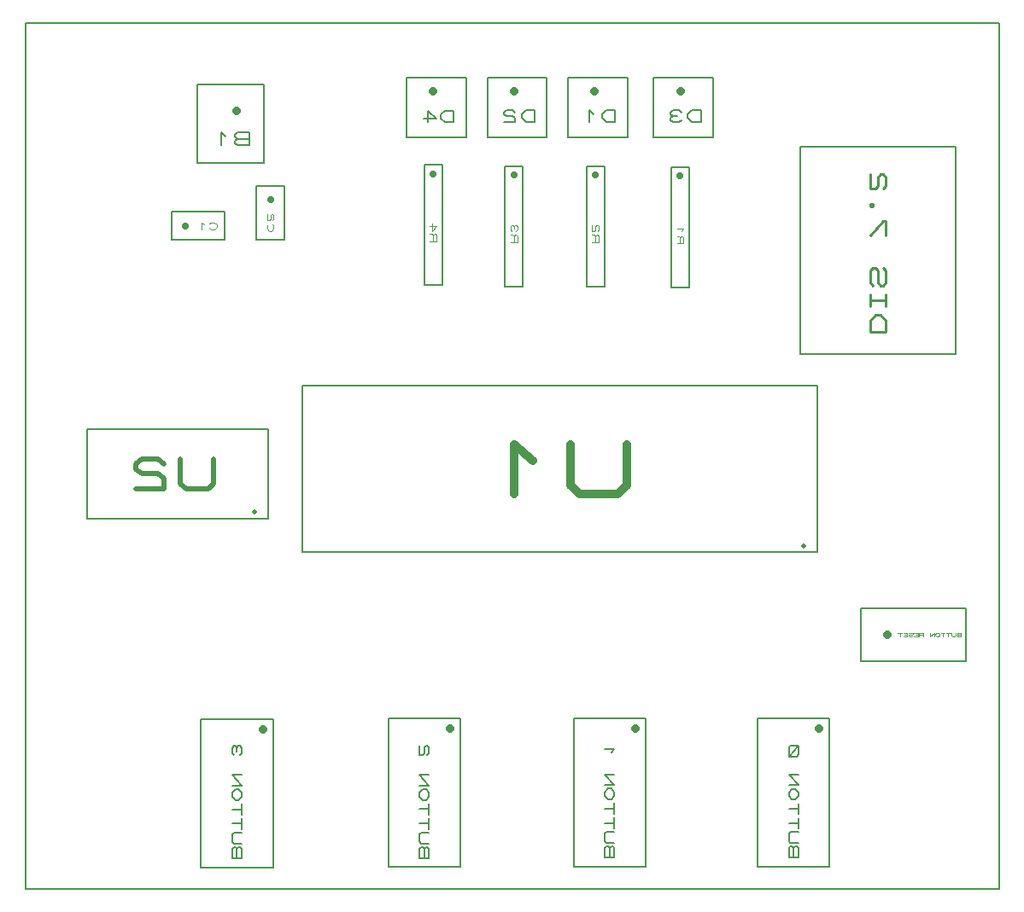
<source format=gbr>
G04 PROTEUS RS274X GERBER FILE*
%FSLAX45Y45*%
%MOMM*%
G01*
%ADD17C,0.203200*%
%ADD72C,0.508000*%
%ADD73C,0.827120*%
%ADD30C,0.258030*%
%ADD31C,0.490380*%
%ADD32C,0.812800*%
%ADD33C,0.211660*%
%ADD34C,0.159200*%
%ADD35C,0.059260*%
%ADD36C,0.190500*%
%ADD37C,0.711200*%
%ADD38C,0.110230*%
%ADD39C,0.111760*%
D17*
X-6952160Y+3393500D02*
X-1851840Y+3393500D01*
X-1851840Y+5044500D01*
X-6952160Y+5044500D01*
X-6952160Y+3393500D01*
D72*
X-1989000Y+3457000D02*
X-1989000Y+3457000D01*
D73*
X-3738868Y+4467138D02*
X-3738868Y+4053575D01*
X-3831919Y+3970863D01*
X-4204125Y+3970863D01*
X-4297177Y+4053575D01*
X-4297177Y+4467138D01*
X-4669383Y+4301713D02*
X-4855486Y+4467138D01*
X-4855486Y+3970863D01*
D17*
X-2018160Y+5364840D02*
X-473840Y+5364840D01*
X-473840Y+7417160D01*
X-2018160Y+7417160D01*
X-2018160Y+5364840D01*
D30*
X-1323410Y+5578202D02*
X-1168591Y+5578202D01*
X-1168591Y+5694316D01*
X-1220197Y+5752373D01*
X-1271804Y+5752373D01*
X-1323410Y+5694316D01*
X-1323410Y+5578202D01*
X-1168591Y+5839458D02*
X-1168591Y+5955572D01*
X-1168591Y+5897515D02*
X-1323410Y+5897515D01*
X-1323410Y+5839458D02*
X-1323410Y+5955572D01*
X-1297607Y+6042658D02*
X-1323410Y+6071686D01*
X-1323410Y+6187800D01*
X-1297607Y+6216829D01*
X-1271804Y+6216829D01*
X-1246000Y+6187800D01*
X-1246000Y+6071686D01*
X-1220197Y+6042658D01*
X-1194394Y+6042658D01*
X-1168591Y+6071686D01*
X-1168591Y+6187800D01*
X-1194394Y+6216829D01*
X-1168591Y+6536142D02*
X-1168591Y+6681285D01*
X-1194394Y+6681285D01*
X-1323410Y+6536142D01*
X-1297607Y+6826427D02*
X-1297607Y+6855456D01*
X-1323410Y+6855456D01*
X-1323410Y+6826427D01*
X-1297607Y+6826427D01*
X-1194394Y+7000598D02*
X-1168591Y+7029627D01*
X-1168591Y+7116712D01*
X-1194394Y+7145741D01*
X-1220197Y+7145741D01*
X-1246000Y+7116712D01*
X-1246000Y+7029627D01*
X-1271804Y+7000598D01*
X-1323410Y+7000598D01*
X-1323410Y+7145741D01*
D17*
X-9092160Y+3727500D02*
X-7293840Y+3727500D01*
X-7293840Y+4616500D01*
X-9092160Y+4616500D01*
X-9092160Y+3727500D01*
D72*
X-7431000Y+3791000D02*
X-7431000Y+3791000D01*
D31*
X-7832930Y+4319117D02*
X-7832930Y+4073922D01*
X-7888098Y+4024883D01*
X-8108773Y+4024883D01*
X-8163942Y+4073922D01*
X-8163942Y+4319117D01*
X-8329448Y+4270078D02*
X-8384617Y+4319117D01*
X-8550123Y+4319117D01*
X-8605292Y+4270078D01*
X-8605292Y+4221039D01*
X-8550123Y+4172000D01*
X-8384617Y+4172000D01*
X-8329448Y+4122961D01*
X-8329448Y+4024883D01*
X-8605292Y+4024883D01*
D17*
X-7995160Y+7257840D02*
X-7339840Y+7257840D01*
X-7339840Y+8040160D01*
X-7995160Y+8040160D01*
X-7995160Y+7257840D01*
D32*
X-7604000Y+7776000D02*
X-7604000Y+7776000D01*
D33*
X-7477001Y+7433100D02*
X-7477001Y+7560099D01*
X-7596062Y+7560099D01*
X-7619875Y+7538933D01*
X-7619875Y+7517766D01*
X-7596062Y+7496600D01*
X-7619875Y+7475433D01*
X-7619875Y+7454266D01*
X-7596062Y+7433100D01*
X-7477001Y+7433100D01*
X-7477001Y+7496600D02*
X-7596062Y+7496600D01*
X-7715124Y+7517766D02*
X-7762749Y+7560099D01*
X-7762749Y+7433100D01*
D17*
X-2441600Y+273400D02*
X-1728400Y+273400D01*
X-1728400Y+1746600D01*
X-2441600Y+1746600D01*
X-2441600Y+273400D01*
D32*
X-1830000Y+1645000D02*
X-1830000Y+1645000D01*
D34*
X-2132763Y+365732D02*
X-2037238Y+365732D01*
X-2037238Y+455286D01*
X-2053159Y+473197D01*
X-2069080Y+473197D01*
X-2085000Y+455286D01*
X-2100921Y+473197D01*
X-2116842Y+473197D01*
X-2132763Y+455286D01*
X-2132763Y+365732D01*
X-2085000Y+365732D02*
X-2085000Y+455286D01*
X-2037238Y+509019D02*
X-2116842Y+509019D01*
X-2132763Y+526929D01*
X-2132763Y+598573D01*
X-2116842Y+616484D01*
X-2037238Y+616484D01*
X-2037238Y+652306D02*
X-2037238Y+759771D01*
X-2037238Y+706038D02*
X-2132763Y+706038D01*
X-2037238Y+795593D02*
X-2037238Y+903058D01*
X-2037238Y+849325D02*
X-2132763Y+849325D01*
X-2069080Y+938880D02*
X-2037238Y+974701D01*
X-2037238Y+1010523D01*
X-2069080Y+1046345D01*
X-2100921Y+1046345D01*
X-2132763Y+1010523D01*
X-2132763Y+974701D01*
X-2100921Y+938880D01*
X-2069080Y+938880D01*
X-2132763Y+1082167D02*
X-2037238Y+1082167D01*
X-2132763Y+1189632D01*
X-2037238Y+1189632D01*
X-2116842Y+1368741D02*
X-2053159Y+1368741D01*
X-2037238Y+1386651D01*
X-2037238Y+1458295D01*
X-2053159Y+1476206D01*
X-2116842Y+1476206D01*
X-2132763Y+1458295D01*
X-2132763Y+1386651D01*
X-2116842Y+1368741D01*
X-2132763Y+1368741D02*
X-2037238Y+1476206D01*
D17*
X-4264600Y+275400D02*
X-3551400Y+275400D01*
X-3551400Y+1748600D01*
X-4264600Y+1748600D01*
X-4264600Y+275400D01*
D32*
X-3653000Y+1647000D02*
X-3653000Y+1647000D01*
D34*
X-3955763Y+367732D02*
X-3860238Y+367732D01*
X-3860238Y+457286D01*
X-3876159Y+475197D01*
X-3892080Y+475197D01*
X-3908000Y+457286D01*
X-3923921Y+475197D01*
X-3939842Y+475197D01*
X-3955763Y+457286D01*
X-3955763Y+367732D01*
X-3908000Y+367732D02*
X-3908000Y+457286D01*
X-3860238Y+511019D02*
X-3939842Y+511019D01*
X-3955763Y+528929D01*
X-3955763Y+600573D01*
X-3939842Y+618484D01*
X-3860238Y+618484D01*
X-3860238Y+654306D02*
X-3860238Y+761771D01*
X-3860238Y+708038D02*
X-3955763Y+708038D01*
X-3860238Y+797593D02*
X-3860238Y+905058D01*
X-3860238Y+851325D02*
X-3955763Y+851325D01*
X-3892080Y+940880D02*
X-3860238Y+976701D01*
X-3860238Y+1012523D01*
X-3892080Y+1048345D01*
X-3923921Y+1048345D01*
X-3955763Y+1012523D01*
X-3955763Y+976701D01*
X-3923921Y+940880D01*
X-3892080Y+940880D01*
X-3955763Y+1084167D02*
X-3860238Y+1084167D01*
X-3955763Y+1191632D01*
X-3860238Y+1191632D01*
X-3892080Y+1406562D02*
X-3860238Y+1442384D01*
X-3955763Y+1442384D01*
D17*
X-6103600Y+269400D02*
X-5390400Y+269400D01*
X-5390400Y+1742600D01*
X-6103600Y+1742600D01*
X-6103600Y+269400D01*
D32*
X-5492000Y+1641000D02*
X-5492000Y+1641000D01*
D34*
X-5794763Y+361732D02*
X-5699238Y+361732D01*
X-5699238Y+451286D01*
X-5715159Y+469197D01*
X-5731080Y+469197D01*
X-5747000Y+451286D01*
X-5762921Y+469197D01*
X-5778842Y+469197D01*
X-5794763Y+451286D01*
X-5794763Y+361732D01*
X-5747000Y+361732D02*
X-5747000Y+451286D01*
X-5699238Y+505019D02*
X-5778842Y+505019D01*
X-5794763Y+522929D01*
X-5794763Y+594573D01*
X-5778842Y+612484D01*
X-5699238Y+612484D01*
X-5699238Y+648306D02*
X-5699238Y+755771D01*
X-5699238Y+702038D02*
X-5794763Y+702038D01*
X-5699238Y+791593D02*
X-5699238Y+899058D01*
X-5699238Y+845325D02*
X-5794763Y+845325D01*
X-5731080Y+934880D02*
X-5699238Y+970701D01*
X-5699238Y+1006523D01*
X-5731080Y+1042345D01*
X-5762921Y+1042345D01*
X-5794763Y+1006523D01*
X-5794763Y+970701D01*
X-5762921Y+934880D01*
X-5731080Y+934880D01*
X-5794763Y+1078167D02*
X-5699238Y+1078167D01*
X-5794763Y+1185632D01*
X-5699238Y+1185632D01*
X-5715159Y+1382651D02*
X-5699238Y+1400562D01*
X-5699238Y+1454295D01*
X-5715159Y+1472206D01*
X-5731080Y+1472206D01*
X-5747000Y+1454295D01*
X-5747000Y+1400562D01*
X-5762921Y+1382651D01*
X-5794763Y+1382651D01*
X-5794763Y+1472206D01*
D17*
X-7959600Y+268400D02*
X-7246400Y+268400D01*
X-7246400Y+1741600D01*
X-7959600Y+1741600D01*
X-7959600Y+268400D01*
D32*
X-7348000Y+1640000D02*
X-7348000Y+1640000D01*
D34*
X-7650763Y+360732D02*
X-7555238Y+360732D01*
X-7555238Y+450286D01*
X-7571159Y+468197D01*
X-7587080Y+468197D01*
X-7603000Y+450286D01*
X-7618921Y+468197D01*
X-7634842Y+468197D01*
X-7650763Y+450286D01*
X-7650763Y+360732D01*
X-7603000Y+360732D02*
X-7603000Y+450286D01*
X-7555238Y+504019D02*
X-7634842Y+504019D01*
X-7650763Y+521929D01*
X-7650763Y+593573D01*
X-7634842Y+611484D01*
X-7555238Y+611484D01*
X-7555238Y+647306D02*
X-7555238Y+754771D01*
X-7555238Y+701038D02*
X-7650763Y+701038D01*
X-7555238Y+790593D02*
X-7555238Y+898058D01*
X-7555238Y+844325D02*
X-7650763Y+844325D01*
X-7587080Y+933880D02*
X-7555238Y+969701D01*
X-7555238Y+1005523D01*
X-7587080Y+1041345D01*
X-7618921Y+1041345D01*
X-7650763Y+1005523D01*
X-7650763Y+969701D01*
X-7618921Y+933880D01*
X-7587080Y+933880D01*
X-7650763Y+1077167D02*
X-7555238Y+1077167D01*
X-7650763Y+1184632D01*
X-7555238Y+1184632D01*
X-7571159Y+1381651D02*
X-7555238Y+1399562D01*
X-7555238Y+1453295D01*
X-7571159Y+1471206D01*
X-7587080Y+1471206D01*
X-7603000Y+1453295D01*
X-7618921Y+1471206D01*
X-7634842Y+1471206D01*
X-7650763Y+1453295D01*
X-7650763Y+1399562D01*
X-7634842Y+1381651D01*
X-7603000Y+1417473D02*
X-7603000Y+1453295D01*
D17*
X-1415160Y+2313840D02*
X-378840Y+2313840D01*
X-378840Y+2842160D01*
X-1415160Y+2842160D01*
X-1415160Y+2313840D01*
D32*
X-1151000Y+2578000D02*
X-1151000Y+2578000D01*
D35*
X-424566Y+2560220D02*
X-424566Y+2595779D01*
X-457902Y+2595779D01*
X-464570Y+2589853D01*
X-464570Y+2583926D01*
X-457902Y+2578000D01*
X-464570Y+2572073D01*
X-464570Y+2566146D01*
X-457902Y+2560220D01*
X-424566Y+2560220D01*
X-424566Y+2578000D02*
X-457902Y+2578000D01*
X-477905Y+2595779D02*
X-477905Y+2566146D01*
X-484572Y+2560220D01*
X-511241Y+2560220D01*
X-517909Y+2566146D01*
X-517909Y+2595779D01*
X-531244Y+2595779D02*
X-571248Y+2595779D01*
X-551246Y+2595779D02*
X-551246Y+2560220D01*
X-584583Y+2595779D02*
X-624587Y+2595779D01*
X-604585Y+2595779D02*
X-604585Y+2560220D01*
X-637922Y+2583926D02*
X-651256Y+2595779D01*
X-664591Y+2595779D01*
X-677926Y+2583926D01*
X-677926Y+2572073D01*
X-664591Y+2560220D01*
X-651256Y+2560220D01*
X-637922Y+2572073D01*
X-637922Y+2583926D01*
X-691261Y+2560220D02*
X-691261Y+2595779D01*
X-731265Y+2560220D01*
X-731265Y+2595779D01*
X-797939Y+2560220D02*
X-797939Y+2595779D01*
X-831275Y+2595779D01*
X-837943Y+2589853D01*
X-837943Y+2583926D01*
X-831275Y+2578000D01*
X-797939Y+2578000D01*
X-831275Y+2578000D02*
X-837943Y+2572073D01*
X-837943Y+2560220D01*
X-891282Y+2560220D02*
X-851278Y+2560220D01*
X-851278Y+2595779D01*
X-891282Y+2595779D01*
X-851278Y+2578000D02*
X-877947Y+2578000D01*
X-904617Y+2566146D02*
X-911284Y+2560220D01*
X-937953Y+2560220D01*
X-944621Y+2566146D01*
X-944621Y+2572073D01*
X-937953Y+2578000D01*
X-911284Y+2578000D01*
X-904617Y+2583926D01*
X-904617Y+2589853D01*
X-911284Y+2595779D01*
X-937953Y+2595779D01*
X-944621Y+2589853D01*
X-997960Y+2560220D02*
X-957956Y+2560220D01*
X-957956Y+2595779D01*
X-997960Y+2595779D01*
X-957956Y+2578000D02*
X-984625Y+2578000D01*
X-1011295Y+2595779D02*
X-1051299Y+2595779D01*
X-1031297Y+2595779D02*
X-1031297Y+2560220D01*
D17*
X-4319160Y+7515340D02*
X-3727340Y+7515340D01*
X-3727340Y+8107160D01*
X-4319160Y+8107160D01*
X-4319160Y+7515340D01*
D32*
X-4055000Y+7970000D02*
X-4055000Y+7970000D01*
D36*
X-3851800Y+7665200D02*
X-3851800Y+7779500D01*
X-3937525Y+7779500D01*
X-3980387Y+7741400D01*
X-3980387Y+7703300D01*
X-3937525Y+7665200D01*
X-3851800Y+7665200D01*
X-4066112Y+7741400D02*
X-4108975Y+7779500D01*
X-4108975Y+7665200D01*
D17*
X-4137900Y+6034100D02*
X-3960100Y+6034100D01*
X-3960100Y+7227900D01*
X-4137900Y+7227900D01*
X-4137900Y+6034100D01*
D37*
X-4049000Y+7139000D02*
X-4049000Y+7139000D01*
D38*
X-4082071Y+6469558D02*
X-4015930Y+6469558D01*
X-4015930Y+6531565D01*
X-4026953Y+6543967D01*
X-4037977Y+6543967D01*
X-4049000Y+6531565D01*
X-4049000Y+6469558D01*
X-4049000Y+6531565D02*
X-4060024Y+6543967D01*
X-4082071Y+6543967D01*
X-4026953Y+6581171D02*
X-4015930Y+6593573D01*
X-4015930Y+6630777D01*
X-4026953Y+6643179D01*
X-4037977Y+6643179D01*
X-4049000Y+6630777D01*
X-4049000Y+6593573D01*
X-4060024Y+6581171D01*
X-4082071Y+6581171D01*
X-4082071Y+6643179D01*
D17*
X-5121160Y+7515340D02*
X-4529340Y+7515340D01*
X-4529340Y+8107160D01*
X-5121160Y+8107160D01*
X-5121160Y+7515340D01*
D32*
X-4857000Y+7970000D02*
X-4857000Y+7970000D01*
D36*
X-4653800Y+7665200D02*
X-4653800Y+7779500D01*
X-4739525Y+7779500D01*
X-4782387Y+7741400D01*
X-4782387Y+7703300D01*
X-4739525Y+7665200D01*
X-4653800Y+7665200D01*
X-4846681Y+7760450D02*
X-4868112Y+7779500D01*
X-4932406Y+7779500D01*
X-4953837Y+7760450D01*
X-4953837Y+7741400D01*
X-4932406Y+7722350D01*
X-4868112Y+7722350D01*
X-4846681Y+7703300D01*
X-4846681Y+7665200D01*
X-4953837Y+7665200D01*
D17*
X-4946900Y+6034100D02*
X-4769100Y+6034100D01*
X-4769100Y+7227900D01*
X-4946900Y+7227900D01*
X-4946900Y+6034100D01*
D37*
X-4858000Y+7139000D02*
X-4858000Y+7139000D01*
D38*
X-4891071Y+6469558D02*
X-4824930Y+6469558D01*
X-4824930Y+6531565D01*
X-4835953Y+6543967D01*
X-4846977Y+6543967D01*
X-4858000Y+6531565D01*
X-4858000Y+6469558D01*
X-4858000Y+6531565D02*
X-4869024Y+6543967D01*
X-4891071Y+6543967D01*
X-4835953Y+6581171D02*
X-4824930Y+6593573D01*
X-4824930Y+6630777D01*
X-4835953Y+6643179D01*
X-4846977Y+6643179D01*
X-4858000Y+6630777D01*
X-4869024Y+6643179D01*
X-4880048Y+6643179D01*
X-4891071Y+6630777D01*
X-4891071Y+6593573D01*
X-4880048Y+6581171D01*
X-4858000Y+6605974D02*
X-4858000Y+6630777D01*
D17*
X-3472160Y+7515340D02*
X-2880340Y+7515340D01*
X-2880340Y+8107160D01*
X-3472160Y+8107160D01*
X-3472160Y+7515340D01*
D32*
X-3208000Y+7970000D02*
X-3208000Y+7970000D01*
D36*
X-3004800Y+7665200D02*
X-3004800Y+7779500D01*
X-3090525Y+7779500D01*
X-3133387Y+7741400D01*
X-3133387Y+7703300D01*
X-3090525Y+7665200D01*
X-3004800Y+7665200D01*
X-3197681Y+7760450D02*
X-3219112Y+7779500D01*
X-3283406Y+7779500D01*
X-3304837Y+7760450D01*
X-3304837Y+7741400D01*
X-3283406Y+7722350D01*
X-3304837Y+7703300D01*
X-3304837Y+7684250D01*
X-3283406Y+7665200D01*
X-3219112Y+7665200D01*
X-3197681Y+7684250D01*
X-3240543Y+7722350D02*
X-3283406Y+7722350D01*
D17*
X-3297900Y+6024100D02*
X-3120100Y+6024100D01*
X-3120100Y+7217900D01*
X-3297900Y+7217900D01*
X-3297900Y+6024100D01*
D37*
X-3209000Y+7129000D02*
X-3209000Y+7129000D01*
D38*
X-3242071Y+6459558D02*
X-3175930Y+6459558D01*
X-3175930Y+6521565D01*
X-3186953Y+6533967D01*
X-3197977Y+6533967D01*
X-3209000Y+6521565D01*
X-3209000Y+6459558D01*
X-3209000Y+6521565D02*
X-3220024Y+6533967D01*
X-3242071Y+6533967D01*
X-3197977Y+6583573D02*
X-3175930Y+6608376D01*
X-3242071Y+6608376D01*
D17*
X-5922160Y+7514340D02*
X-5330340Y+7514340D01*
X-5330340Y+8106160D01*
X-5922160Y+8106160D01*
X-5922160Y+7514340D01*
D32*
X-5658000Y+7969000D02*
X-5658000Y+7969000D01*
D36*
X-5454800Y+7664200D02*
X-5454800Y+7778500D01*
X-5540525Y+7778500D01*
X-5583387Y+7740400D01*
X-5583387Y+7702300D01*
X-5540525Y+7664200D01*
X-5454800Y+7664200D01*
X-5754837Y+7702300D02*
X-5626250Y+7702300D01*
X-5711975Y+7778500D01*
X-5711975Y+7664200D01*
D17*
X-5745900Y+6044100D02*
X-5568100Y+6044100D01*
X-5568100Y+7237900D01*
X-5745900Y+7237900D01*
X-5745900Y+6044100D01*
D37*
X-5657000Y+7149000D02*
X-5657000Y+7149000D01*
D38*
X-5690071Y+6479558D02*
X-5623930Y+6479558D01*
X-5623930Y+6541565D01*
X-5634953Y+6553967D01*
X-5645977Y+6553967D01*
X-5657000Y+6541565D01*
X-5657000Y+6479558D01*
X-5657000Y+6541565D02*
X-5668024Y+6553967D01*
X-5690071Y+6553967D01*
X-5668024Y+6653179D02*
X-5668024Y+6578770D01*
X-5623930Y+6628376D01*
X-5690071Y+6628376D01*
D17*
X-8253160Y+6497840D02*
X-7724840Y+6497840D01*
X-7724840Y+6772160D01*
X-8253160Y+6772160D01*
X-8253160Y+6497840D01*
D37*
X-8116000Y+6635000D02*
X-8116000Y+6635000D01*
D39*
X-7877494Y+6612648D02*
X-7864921Y+6601472D01*
X-7827202Y+6601472D01*
X-7802056Y+6623824D01*
X-7802056Y+6646176D01*
X-7827202Y+6668528D01*
X-7864921Y+6668528D01*
X-7877494Y+6657352D01*
X-7927786Y+6646176D02*
X-7952932Y+6668528D01*
X-7952932Y+6601472D01*
D17*
X-7409160Y+6499840D02*
X-7134840Y+6499840D01*
X-7134840Y+7028160D01*
X-7409160Y+7028160D01*
X-7409160Y+6499840D01*
D37*
X-7272000Y+6891000D02*
X-7272000Y+6891000D01*
D39*
X-7294352Y+6652494D02*
X-7305528Y+6639921D01*
X-7305528Y+6602202D01*
X-7283176Y+6577056D01*
X-7260824Y+6577056D01*
X-7238472Y+6602202D01*
X-7238472Y+6639921D01*
X-7249648Y+6652494D01*
X-7249648Y+6690213D02*
X-7238472Y+6702786D01*
X-7238472Y+6740505D01*
X-7249648Y+6753078D01*
X-7260824Y+6753078D01*
X-7272000Y+6740505D01*
X-7272000Y+6702786D01*
X-7283176Y+6690213D01*
X-7305528Y+6690213D01*
X-7305528Y+6753078D01*
D17*
X-9700000Y+50000D02*
X-50000Y+50000D01*
X-50000Y+8650000D01*
X-9700000Y+8650000D01*
X-9700000Y+50000D01*
M02*

</source>
